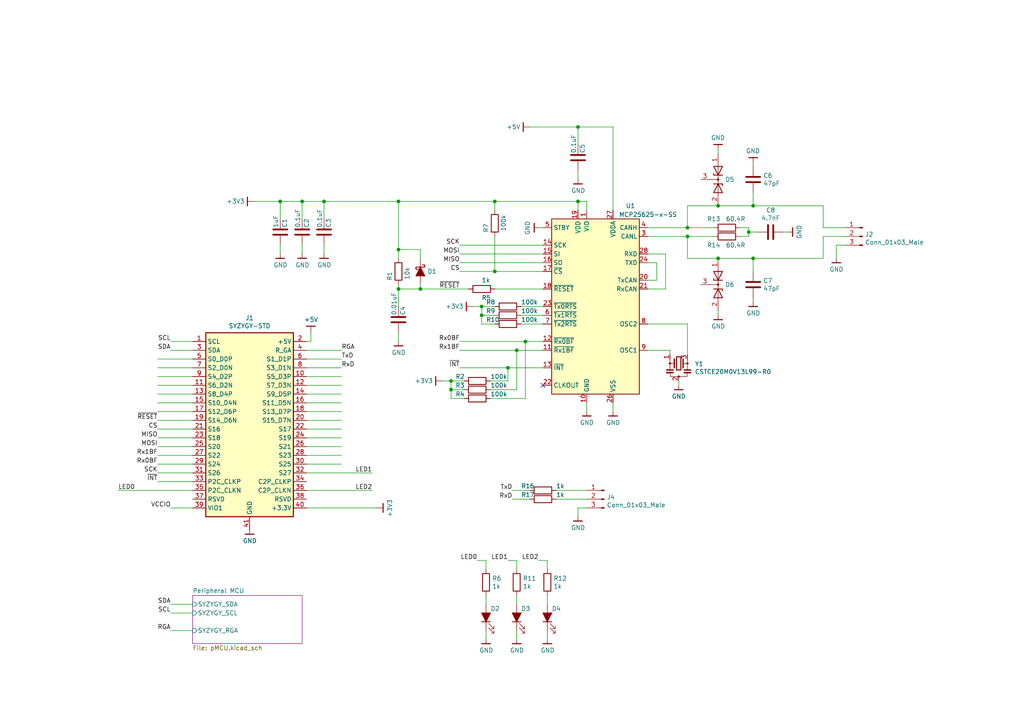
<source format=kicad_sch>
(kicad_sch (version 20200512) (host eeschema "5.99.0-unknown-c8476d6~101~ubuntu18.04.1")
  (page 1 2)
  (paper "A4")
  (title_block (title "CAN Breakout") (date "2020-05-26") (rev "r1.0") (comment 1 "SYZYGY Pod"))
  (lib_symbols
    (symbol "Connector:Conn_01x03_Male" (pin_names hide)
      (property "Reference" "J" (at 0 5.08 0))
      (property "Value" "Conn_01x03_Male" (at 0 -5.08 0))
      (symbol "Conn_01x03_Male_1_1"
        (rectangle (start 0.8636 -2.413) (end 0 -2.667) (fill (type outline)))
        (rectangle (start 0.8636 0.127) (end 0 -0.127) (fill (type outline)))
        (rectangle (start 0.8636 2.667) (end 0 2.413) (fill (type outline)))
        (polyline (pts (xy 1.27 -2.54) (xy 0.8636 -2.54)))
        (polyline (pts (xy 1.27 0) (xy 0.8636 0)))
        (polyline (pts (xy 1.27 2.54) (xy 0.8636 2.54)))
        (pin passive line (at 5.08 2.54 180) (length 3.81) (name "Pin_1") (number "1"))
        (pin passive line (at 5.08 0 180) (length 3.81) (name "Pin_2") (number "2"))
        (pin passive line (at 5.08 -2.54 180) (length 3.81) (name "Pin_3") (number "3"))
      )
    )
    (symbol "Device:C" (pin_numbers hide) (pin_names (offset 0.254))
      (property "Reference" "C" (at 0.635 2.54 0))
      (property "Value" "C" (at 0.635 -2.54 0))
      (symbol "C_0_1"
        (polyline (pts (xy -2.032 -0.762) (xy 2.032 -0.762)) (stroke (width 0.508)))
        (polyline (pts (xy -2.032 0.762) (xy 2.032 0.762)) (stroke (width 0.508)))
      )
      (symbol "C_1_1"
        (pin passive line (at 0 3.81 270) (length 2.794) (name "~") (number "1"))
        (pin passive line (at 0 -3.81 90) (length 2.794) (name "~") (number "2"))
      )
    )
    (symbol "Device:C_1" (pin_numbers hide) (pin_names (offset 0.254))
      (property "Reference" "C" (at 0.635 2.54 0))
      (property "Value" "C" (at 0.635 -2.54 0))
      (symbol "C_1_0_1"
        (polyline (pts (xy -2.032 -0.762) (xy 2.032 -0.762)) (stroke (width 0.508)))
        (polyline (pts (xy -2.032 0.762) (xy 2.032 0.762)) (stroke (width 0.508)))
      )
      (symbol "C_1_1_1"
        (pin passive line (at 0 3.81 270) (length 2.794) (name "~") (number "1"))
        (pin passive line (at 0 -3.81 90) (length 2.794) (name "~") (number "2"))
      )
    )
    (symbol "Device:C_2" (pin_numbers hide) (pin_names (offset 0.254))
      (property "Reference" "C" (at 0.635 2.54 0))
      (property "Value" "C" (at 0.635 -2.54 0))
      (symbol "C_2_0_1"
        (polyline (pts (xy -2.032 -0.762) (xy 2.032 -0.762)) (stroke (width 0.508)))
        (polyline (pts (xy -2.032 0.762) (xy 2.032 0.762)) (stroke (width 0.508)))
      )
      (symbol "C_2_1_1"
        (pin passive line (at 0 3.81 270) (length 2.794) (name "~") (number "1"))
        (pin passive line (at 0 -3.81 90) (length 2.794) (name "~") (number "2"))
      )
    )
    (symbol "Device:C_3" (pin_numbers hide) (pin_names (offset 0.254))
      (property "Reference" "C" (at 0.635 2.54 0))
      (property "Value" "C" (at 0.635 -2.54 0))
      (symbol "C_3_0_1"
        (polyline (pts (xy -2.032 -0.762) (xy 2.032 -0.762)) (stroke (width 0.508)))
        (polyline (pts (xy -2.032 0.762) (xy 2.032 0.762)) (stroke (width 0.508)))
      )
      (symbol "C_3_1_1"
        (pin passive line (at 0 3.81 270) (length 2.794) (name "~") (number "1"))
        (pin passive line (at 0 -3.81 90) (length 2.794) (name "~") (number "2"))
      )
    )
    (symbol "Device:D_Schottky_ALT" (pin_numbers hide) (pin_names hide)
      (property "Reference" "D" (at 0 2.54 0))
      (property "Value" "D_Schottky_ALT" (at 0 -2.54 0))
      (symbol "D_Schottky_ALT_0_1"
        (polyline (pts (xy 1.27 0) (xy -1.27 0)))
        (polyline (pts (xy 1.27 1.27) (xy 1.27 -1.27) (xy -1.27 0) (xy 1.27 1.27)) (stroke (width 0.254)) (fill (type outline)))
        (polyline (pts (xy -1.905 0.635) (xy -1.905 1.27) (xy -1.27 1.27) (xy -1.27 -1.27) (xy -0.635 -1.27) (xy -0.635 -0.635)) (stroke (width 0.254)))
      )
      (symbol "D_Schottky_ALT_1_1"
        (pin passive line (at -3.81 0 0) (length 2.54) (name "K") (number "1"))
        (pin passive line (at 3.81 0 180) (length 2.54) (name "A") (number "2"))
      )
    )
    (symbol "Device:D_Zener_x2_KCom_AAK" (pin_names (offset 0.762) hide)
      (property "Reference" "D" (at 1.27 -2.54 0))
      (property "Value" "D_Zener_x2_KCom_AAK" (at 0 2.54 0))
      (symbol "D_Zener_x2_KCom_AAK_0_1"
        (circle (center 0 0) (radius 0.254) (fill (type outline)))
        (polyline (pts (xy -3.81 0) (xy 3.81 0)))
        (polyline (pts (xy 0 0) (xy 0 -2.54)))
        (polyline (pts (xy -1.27 1.27) (xy -1.27 -1.27) (xy -1.778 -1.27)) (stroke (width 0.254)))
        (polyline (pts (xy 1.27 -1.27) (xy 1.27 1.27) (xy 1.778 1.27)) (stroke (width 0.254)))
        (polyline (pts (xy -3.81 1.27) (xy -1.27 0) (xy -3.81 -1.27) (xy -3.81 1.27) (xy -3.81 1.27) (xy -3.81 1.27)) (stroke (width 0.254)))
        (polyline (pts (xy 3.81 -1.27) (xy 1.27 0) (xy 3.81 1.27) (xy 3.81 -1.27) (xy 3.81 -1.27) (xy 3.81 -1.27)) (stroke (width 0.254)))
        (pin passive line (at -7.62 0 0) (length 3.81) (name "A") (number "1"))
        (pin passive line (at 7.62 0 180) (length 3.81) (name "A") (number "2"))
        (pin passive line (at 0 -5.08 90) (length 2.54) (name "K") (number "3"))
      )
    )
    (symbol "Device:LED_ALT" (pin_numbers hide) (pin_names hide)
      (property "Reference" "D" (at 0 2.54 0))
      (property "Value" "LED_ALT" (at 0 -2.54 0))
      (symbol "LED_ALT_0_1"
        (polyline (pts (xy -1.27 -1.27) (xy -1.27 1.27)) (stroke (width 0.254)))
        (polyline (pts (xy -1.27 0) (xy 1.27 0)))
        (polyline (pts (xy 1.27 -1.27) (xy 1.27 1.27) (xy -1.27 0) (xy 1.27 -1.27)) (stroke (width 0.254)) (fill (type outline)))
        (polyline (pts (xy -3.048 -0.762) (xy -4.572 -2.286) (xy -3.81 -2.286) (xy -4.572 -2.286) (xy -4.572 -1.524)))
        (polyline (pts (xy -1.778 -0.762) (xy -3.302 -2.286) (xy -2.54 -2.286) (xy -3.302 -2.286) (xy -3.302 -1.524)))
      )
      (symbol "LED_ALT_1_1"
        (pin passive line (at -3.81 0 0) (length 2.54) (name "K") (number "1"))
        (pin passive line (at 3.81 0 180) (length 2.54) (name "A") (number "2"))
      )
    )
    (symbol "Device:R" (pin_numbers hide) (pin_names (offset 0))
      (property "Reference" "R" (at 2.032 0 90))
      (property "Value" "R" (at 0 0 90))
      (symbol "R_0_1"
        (rectangle (start -1.016 -2.54) (end 1.016 2.54) (stroke (width 0.254)))
      )
      (symbol "R_1_1"
        (pin passive line (at 0 3.81 270) (length 1.27) (name "~") (number "1"))
        (pin passive line (at 0 -3.81 90) (length 1.27) (name "~") (number "2"))
      )
    )
    (symbol "Device:R_1" (pin_numbers hide) (pin_names (offset 0))
      (property "Reference" "R" (at 2.032 0 90))
      (property "Value" "R" (at 0 0 90))
      (symbol "R_1_0_1"
        (rectangle (start -1.016 -2.54) (end 1.016 2.54) (stroke (width 0.254)))
      )
      (symbol "R_1_1_1"
        (pin passive line (at 0 3.81 270) (length 1.27) (name "~") (number "1"))
        (pin passive line (at 0 -3.81 90) (length 1.27) (name "~") (number "2"))
      )
    )
    (symbol "Device:R_2" (pin_numbers hide) (pin_names (offset 0))
      (property "Reference" "R" (at 2.032 0 90))
      (property "Value" "R" (at 0 0 90))
      (symbol "R_2_0_1"
        (rectangle (start -1.016 -2.54) (end 1.016 2.54) (stroke (width 0.254)))
      )
      (symbol "R_2_1_1"
        (pin passive line (at 0 3.81 270) (length 1.27) (name "~") (number "1"))
        (pin passive line (at 0 -3.81 90) (length 1.27) (name "~") (number "2"))
      )
    )
    (symbol "Device:Resonator_Small" (pin_names hide)
      (property "Reference" "Y" (at 3.175 1.905 0))
      (property "Value" "Resonator_Small" (at 3.175 0 0))
      (symbol "Resonator_Small_0_1"
        (circle (center -2.54 0) (radius 0.254) (fill (type outline)))
        (circle (center 0 -3.81) (radius 0.254) (fill (type outline)))
        (circle (center 2.54 0) (radius 0.254) (fill (type outline)))
        (rectangle (start -3.556 -2.54) (end -1.524 -2.794) (fill (type outline)))
        (rectangle (start -3.556 -1.778) (end -1.524 -2.032) (fill (type outline)))
        (rectangle (start -0.635 1.905) (end 0.635 -1.905) (stroke (width 0.3048)))
        (rectangle (start 1.524 -2.54) (end 3.556 -2.794) (fill (type outline)))
        (rectangle (start 1.524 -1.778) (end 3.556 -2.032) (fill (type outline)))
        (polyline (pts (xy -2.54 -1.778) (xy -2.54 0)))
        (polyline (pts (xy -2.54 0) (xy -1.397 0)))
        (polyline (pts (xy -2.54 1.27) (xy -2.54 0)))
        (polyline (pts (xy -1.27 -1.27) (xy -1.27 1.27)) (stroke (width 0.381)))
        (polyline (pts (xy 1.27 -1.27) (xy 1.27 1.27)) (stroke (width 0.381)))
        (polyline (pts (xy 1.27 0) (xy 2.54 0)))
        (polyline (pts (xy 2.54 0) (xy 2.54 -1.778)))
        (polyline (pts (xy 2.54 1.27) (xy 2.54 0)))
        (polyline (pts (xy 2.413 -2.794) (xy 2.413 -3.81) (xy -2.413 -3.81) (xy -2.413 -2.667)))
      )
      (symbol "Resonator_Small_1_1"
        (pin passive line (at -2.54 2.54 270) (length 1.27) (name "1") (number "1"))
        (pin passive line (at 0 -5.08 90) (length 1.27) (name "2") (number "2"))
        (pin passive line (at 2.54 2.54 270) (length 1.27) (name "3") (number "3"))
      )
    )
    (symbol "Interface_CAN_LIN:MCP25625-x-SS" (pin_names (offset 0.508))
      (property "Reference" "U" (at -11.43 26.67 0))
      (property "Value" "MCP25625-x-SS" (at 15.24 26.67 0))
      (symbol "MCP25625-x-SS_0_1"
        (rectangle (start -12.7 25.4) (end 12.7 -25.4) (stroke (width 0.254)) (fill (type background)))
      )
      (symbol "MCP25625-x-SS_1_1"
        (pin power_in line (at -2.54 27.94 270) (length 2.54) (name "VIO") (number "1"))
        (pin power_in line (at -2.54 -27.94 90) (length 2.54) (name "GND") (number "10"))
        (pin output line (at -15.24 -12.7 0) (length 2.54) (name "~Rx1BF") (number "11"))
        (pin output line (at -15.24 -10.16 0) (length 2.54) (name "~Rx0BF") (number "12"))
        (pin output line (at -15.24 -17.78 0) (length 2.54) (name "~INT") (number "13"))
        (pin input line (at -15.24 17.78 0) (length 2.54) (name "SCK") (number "14"))
        (pin input line (at -15.24 15.24 0) (length 2.54) (name "SI") (number "15"))
        (pin output line (at -15.24 12.7 0) (length 2.54) (name "SO") (number "16"))
        (pin input line (at -15.24 10.16 0) (length 2.54) (name "~CS") (number "17"))
        (pin input line (at -15.24 5.08 0) (length 2.54) (name "~RESET") (number "18"))
        (pin power_in line (at -5.08 27.94 270) (length 2.54) (name "VDD") (number "19"))
        (pin unconnected line (at 12.7 -15.24 180) (length 2.54) (name "NC") (number "2") hide)
        (pin output line (at 15.24 7.62 180) (length 2.54) (name "TxCAN") (number "20"))
        (pin input line (at 15.24 5.08 180) (length 2.54) (name "RxCAN") (number "21"))
        (pin output line (at -15.24 -22.86 0) (length 2.54) (name "CLKOUT") (number "22"))
        (pin input line (at -15.24 0 0) (length 2.54) (name "~Tx0RTS") (number "23"))
        (pin input line (at 15.24 12.7 180) (length 2.54) (name "TXD") (number "24"))
        (pin unconnected line (at 12.7 -17.78 180) (length 2.54) (name "NC") (number "25") hide)
        (pin power_in line (at 5.08 -27.94 90) (length 2.54) (name "VSS") (number "26"))
        (pin power_in line (at 5.08 27.94 270) (length 2.54) (name "VDDA") (number "27"))
        (pin output line (at 15.24 15.24 180) (length 2.54) (name "RXD") (number "28"))
        (pin bidirectional line (at 15.24 20.32 180) (length 2.54) (name "CANL") (number "3"))
        (pin bidirectional line (at 15.24 22.86 180) (length 2.54) (name "CANH") (number "4"))
        (pin input line (at -15.24 22.86 0) (length 2.54) (name "STBY") (number "5"))
        (pin input line (at -15.24 -2.54 0) (length 2.54) (name "~Tx1RTS") (number "6"))
        (pin input line (at -15.24 -5.08 0) (length 2.54) (name "~Tx2RTS") (number "7"))
        (pin output line (at 15.24 -5.08 180) (length 2.54) (name "OSC2") (number "8"))
        (pin input line (at 15.24 -12.7 180) (length 2.54) (name "OSC1") (number "9"))
      )
    )
    (symbol "gkl_misc:SYZYGY-STD"
      (property "Reference" "J" (at 0 27.94 0))
      (property "Value" "SYZYGY-STD" (at 0 25.4 0))
      (symbol "SYZYGY-STD_0_1"
        (rectangle (start -12.7 24.13) (end 12.7 -29.21) (stroke (width 0.3302)) (fill (type background)))
      )
      (symbol "SYZYGY-STD_1_1"
        (pin input line (at -16.51 21.59 0) (length 3.81) (name "SCL") (number "1"))
        (pin input line (at 16.51 11.43 180) (length 3.81) (name "S5_D3P") (number "10"))
        (pin input line (at -16.51 8.89 0) (length 3.81) (name "S6_D2N") (number "11"))
        (pin input line (at 16.51 8.89 180) (length 3.81) (name "S7_D3N") (number "12"))
        (pin input line (at -16.51 6.35 0) (length 3.81) (name "S8_D4P") (number "13"))
        (pin input line (at 16.51 6.35 180) (length 3.81) (name "S9_D5P") (number "14"))
        (pin input line (at -16.51 3.81 0) (length 3.81) (name "S10_D4N") (number "15"))
        (pin input line (at 16.51 3.81 180) (length 3.81) (name "S11_D5N") (number "16"))
        (pin input line (at -16.51 1.27 0) (length 3.81) (name "S12_D6P") (number "17"))
        (pin input line (at 16.51 1.27 180) (length 3.81) (name "S13_D7P") (number "18"))
        (pin input line (at -16.51 -1.27 0) (length 3.81) (name "S14_D6N") (number "19"))
        (pin input line (at 16.51 21.59 180) (length 3.81) (name "+5V") (number "2"))
        (pin input line (at 16.51 -1.27 180) (length 3.81) (name "S15_D7N") (number "20"))
        (pin input line (at -16.51 -3.81 0) (length 3.81) (name "S16") (number "21"))
        (pin input line (at 16.51 -3.81 180) (length 3.81) (name "S17") (number "22"))
        (pin input line (at -16.51 -6.35 0) (length 3.81) (name "S18") (number "23"))
        (pin input line (at 16.51 -6.35 180) (length 3.81) (name "S19") (number "24"))
        (pin input line (at -16.51 -8.89 0) (length 3.81) (name "S20") (number "25"))
        (pin input line (at 16.51 -8.89 180) (length 3.81) (name "S21") (number "26"))
        (pin input line (at -16.51 -11.43 0) (length 3.81) (name "S22") (number "27"))
        (pin input line (at 16.51 -11.43 180) (length 3.81) (name "S23") (number "28"))
        (pin input line (at -16.51 -13.97 0) (length 3.81) (name "S24") (number "29"))
        (pin input line (at -16.51 19.05 0) (length 3.81) (name "SDA") (number "3"))
        (pin input line (at 16.51 -13.97 180) (length 3.81) (name "S25") (number "30"))
        (pin input line (at -16.51 -16.51 0) (length 3.81) (name "S26") (number "31"))
        (pin input line (at 16.51 -16.51 180) (length 3.81) (name "S27") (number "32"))
        (pin input line (at -16.51 -19.05 0) (length 3.81) (name "P2C_CLKP") (number "33"))
        (pin input line (at 16.51 -19.05 180) (length 3.81) (name "C2P_CLKP") (number "34"))
        (pin input line (at -16.51 -21.59 0) (length 3.81) (name "P2C_CLKN") (number "35"))
        (pin input line (at 16.51 -21.59 180) (length 3.81) (name "C2P_CLKN") (number "36"))
        (pin input line (at -16.51 -24.13 0) (length 3.81) (name "RSVD") (number "37"))
        (pin input line (at 16.51 -24.13 180) (length 3.81) (name "RSVD") (number "38"))
        (pin input line (at -16.51 -26.67 0) (length 3.81) (name "VIO1") (number "39"))
        (pin input line (at 16.51 19.05 180) (length 3.81) (name "R_GA") (number "4"))
        (pin input line (at 16.51 -26.67 180) (length 3.81) (name "+3.3V") (number "40"))
        (pin input line (at 0 -33.02 90) (length 3.81) (name "GND") (number "41"))
        (pin input line (at -16.51 16.51 0) (length 3.81) (name "S0_D0P") (number "5"))
        (pin input line (at 16.51 16.51 180) (length 3.81) (name "S1_D1P") (number "6"))
        (pin input line (at -16.51 13.97 0) (length 3.81) (name "S2_D0N") (number "7"))
        (pin input line (at 16.51 13.97 180) (length 3.81) (name "S3_D1N") (number "8"))
        (pin input line (at -16.51 11.43 0) (length 3.81) (name "S4_D2P") (number "9"))
      )
    )
    (symbol "gkl_power:+3V3" (power) (pin_names (offset 0))
      (property "Value" "+3V3" (at 0 3.556 0))
      (symbol "+3V3_0_1"
        (polyline (pts (xy -1.27 1.905) (xy 1.27 1.905)) (stroke (width 0.3048)))
        (polyline (pts (xy 0 0) (xy 0 1.905)))
      )
      (symbol "+3V3_1_1"
        (pin power_in line (at 0 0 90) (length 0) (name "+3V3") (number "1") hide)
      )
    )
    (symbol "gkl_power:+5V" (power) (pin_names (offset 0))
      (property "Value" "+5V" (at 0 3.175 0))
      (symbol "+5V_0_1"
        (polyline (pts (xy -1.27 1.905) (xy 1.27 1.905)) (stroke (width 0.3048)))
        (polyline (pts (xy 0 0) (xy 0 1.905)))
      )
      (symbol "+5V_1_1"
        (pin power_in line (at 0 0 90) (length 0) (name "+5V") (number "1") hide)
      )
    )
    (symbol "gkl_power:GND" (power) (pin_names (offset 0))
      (property "Value" "GND" (at 0 -2.54 0))
      (symbol "GND_0_1"
        (polyline (pts (xy 0 -1.27) (xy 0 0)))
        (polyline (pts (xy 1.27 -1.27) (xy -1.27 -1.27)) (stroke (width 0.3048)))
      )
      (symbol "GND_1_1"
        (pin power_in line (at 0 0 270) (length 0) (name "GND") (number "1") hide)
      )
    )
  )
  (junction (at 81.28 58.42))
  (junction (at 87.63 58.42))
  (junction (at 93.98 58.42))
  (junction (at 115.57 58.42))
  (junction (at 115.57 72.39))
  (junction (at 115.57 83.82))
  (junction (at 121.92 83.82))
  (junction (at 130.81 110.49))
  (junction (at 130.81 113.03))
  (junction (at 139.7 88.9))
  (junction (at 139.7 91.44))
  (junction (at 143.51 58.42))
  (junction (at 143.51 78.74))
  (junction (at 147.32 106.68))
  (junction (at 149.86 101.6))
  (junction (at 152.4 99.06))
  (junction (at 167.64 36.83))
  (junction (at 167.64 58.42))
  (junction (at 199.39 66.04))
  (junction (at 199.39 68.58))
  (junction (at 208.28 59.69))
  (junction (at 208.28 74.93))
  (junction (at 217.17 67.31))
  (junction (at 218.44 59.69))
  (junction (at 218.44 74.93))
  (no_connect (at 157.48 111.76))
  (wire (pts (xy 34.29 142.24) (xy 55.88 142.24)))
  (wire (pts (xy 45.72 104.14) (xy 55.88 104.14)))
  (wire (pts (xy 45.72 106.68) (xy 55.88 106.68)))
  (wire (pts (xy 45.72 109.22) (xy 55.88 109.22)))
  (wire (pts (xy 45.72 111.76) (xy 55.88 111.76)))
  (wire (pts (xy 45.72 114.3) (xy 55.88 114.3)))
  (wire (pts (xy 45.72 116.84) (xy 55.88 116.84)))
  (wire (pts (xy 45.72 119.38) (xy 55.88 119.38)))
  (wire (pts (xy 45.72 121.92) (xy 55.88 121.92)))
  (wire (pts (xy 45.72 124.46) (xy 55.88 124.46)))
  (wire (pts (xy 45.72 127) (xy 55.88 127)))
  (wire (pts (xy 45.72 129.54) (xy 55.88 129.54)))
  (wire (pts (xy 45.72 132.08) (xy 55.88 132.08)))
  (wire (pts (xy 45.72 134.62) (xy 55.88 134.62)))
  (wire (pts (xy 45.72 137.16) (xy 55.88 137.16)))
  (wire (pts (xy 45.72 139.7) (xy 55.88 139.7)))
  (wire (pts (xy 55.88 99.06) (xy 49.53 99.06)))
  (wire (pts (xy 55.88 101.6) (xy 49.53 101.6)))
  (wire (pts (xy 55.88 147.32) (xy 49.53 147.32)))
  (wire (pts (xy 55.88 175.26) (xy 49.53 175.26)))
  (wire (pts (xy 55.88 177.8) (xy 49.53 177.8)))
  (wire (pts (xy 55.88 182.88) (xy 49.53 182.88)))
  (wire (pts (xy 73.66 58.42) (xy 81.28 58.42)))
  (wire (pts (xy 81.28 58.42) (xy 87.63 58.42)))
  (wire (pts (xy 81.28 63.5) (xy 81.28 58.42)))
  (wire (pts (xy 81.28 71.12) (xy 81.28 73.66)))
  (wire (pts (xy 87.63 58.42) (xy 93.98 58.42)))
  (wire (pts (xy 87.63 63.5) (xy 87.63 58.42)))
  (wire (pts (xy 87.63 71.12) (xy 87.63 73.66)))
  (wire (pts (xy 88.9 99.06) (xy 90.17 99.06)))
  (wire (pts (xy 88.9 101.6) (xy 99.06 101.6)))
  (wire (pts (xy 88.9 104.14) (xy 99.06 104.14)))
  (wire (pts (xy 88.9 106.68) (xy 99.06 106.68)))
  (wire (pts (xy 88.9 109.22) (xy 99.06 109.22)))
  (wire (pts (xy 88.9 111.76) (xy 99.06 111.76)))
  (wire (pts (xy 88.9 114.3) (xy 99.06 114.3)))
  (wire (pts (xy 88.9 116.84) (xy 99.06 116.84)))
  (wire (pts (xy 88.9 119.38) (xy 99.06 119.38)))
  (wire (pts (xy 88.9 121.92) (xy 99.06 121.92)))
  (wire (pts (xy 88.9 124.46) (xy 99.06 124.46)))
  (wire (pts (xy 88.9 127) (xy 99.06 127)))
  (wire (pts (xy 88.9 129.54) (xy 99.06 129.54)))
  (wire (pts (xy 88.9 132.08) (xy 99.06 132.08)))
  (wire (pts (xy 88.9 134.62) (xy 99.06 134.62)))
  (wire (pts (xy 88.9 137.16) (xy 107.95 137.16)))
  (wire (pts (xy 88.9 142.24) (xy 107.95 142.24)))
  (wire (pts (xy 88.9 147.32) (xy 109.22 147.32)))
  (wire (pts (xy 90.17 99.06) (xy 90.17 96.52)))
  (wire (pts (xy 93.98 58.42) (xy 115.57 58.42)))
  (wire (pts (xy 93.98 63.5) (xy 93.98 58.42)))
  (wire (pts (xy 93.98 71.12) (xy 93.98 73.66)))
  (wire (pts (xy 115.57 58.42) (xy 115.57 72.39)))
  (wire (pts (xy 115.57 58.42) (xy 143.51 58.42)))
  (wire (pts (xy 115.57 72.39) (xy 115.57 74.93)))
  (wire (pts (xy 115.57 72.39) (xy 121.92 72.39)))
  (wire (pts (xy 115.57 82.55) (xy 115.57 83.82)))
  (wire (pts (xy 115.57 83.82) (xy 115.57 88.9)))
  (wire (pts (xy 115.57 83.82) (xy 121.92 83.82)))
  (wire (pts (xy 115.57 96.52) (xy 115.57 99.06)))
  (wire (pts (xy 121.92 74.93) (xy 121.92 72.39)))
  (wire (pts (xy 121.92 82.55) (xy 121.92 83.82)))
  (wire (pts (xy 121.92 83.82) (xy 135.89 83.82)))
  (wire (pts (xy 128.27 110.49) (xy 130.81 110.49)))
  (wire (pts (xy 130.81 110.49) (xy 134.62 110.49)))
  (wire (pts (xy 130.81 113.03) (xy 130.81 110.49)))
  (wire (pts (xy 130.81 115.57) (xy 130.81 113.03)))
  (wire (pts (xy 133.35 71.12) (xy 157.48 71.12)))
  (wire (pts (xy 133.35 73.66) (xy 157.48 73.66)))
  (wire (pts (xy 133.35 76.2) (xy 157.48 76.2)))
  (wire (pts (xy 133.35 78.74) (xy 143.51 78.74)))
  (wire (pts (xy 133.35 99.06) (xy 152.4 99.06)))
  (wire (pts (xy 133.35 101.6) (xy 149.86 101.6)))
  (wire (pts (xy 133.35 106.68) (xy 147.32 106.68)))
  (wire (pts (xy 134.62 113.03) (xy 130.81 113.03)))
  (wire (pts (xy 134.62 115.57) (xy 130.81 115.57)))
  (wire (pts (xy 137.16 88.9) (xy 139.7 88.9)))
  (wire (pts (xy 138.43 162.56) (xy 140.97 162.56)))
  (wire (pts (xy 139.7 88.9) (xy 143.51 88.9)))
  (wire (pts (xy 139.7 91.44) (xy 139.7 88.9)))
  (wire (pts (xy 139.7 93.98) (xy 139.7 91.44)))
  (wire (pts (xy 140.97 165.1) (xy 140.97 162.56)))
  (wire (pts (xy 140.97 172.72) (xy 140.97 175.26)))
  (wire (pts (xy 140.97 182.88) (xy 140.97 185.42)))
  (wire (pts (xy 142.24 110.49) (xy 147.32 110.49)))
  (wire (pts (xy 142.24 113.03) (xy 149.86 113.03)))
  (wire (pts (xy 142.24 115.57) (xy 152.4 115.57)))
  (wire (pts (xy 143.51 58.42) (xy 143.51 60.96)))
  (wire (pts (xy 143.51 58.42) (xy 167.64 58.42)))
  (wire (pts (xy 143.51 68.58) (xy 143.51 78.74)))
  (wire (pts (xy 143.51 83.82) (xy 157.48 83.82)))
  (wire (pts (xy 143.51 91.44) (xy 139.7 91.44)))
  (wire (pts (xy 143.51 93.98) (xy 139.7 93.98)))
  (wire (pts (xy 147.32 106.68) (xy 157.48 106.68)))
  (wire (pts (xy 147.32 110.49) (xy 147.32 106.68)))
  (wire (pts (xy 147.32 162.56) (xy 149.86 162.56)))
  (wire (pts (xy 148.59 142.24) (xy 153.67 142.24)))
  (wire (pts (xy 148.59 144.78) (xy 153.67 144.78)))
  (wire (pts (xy 149.86 101.6) (xy 157.48 101.6)))
  (wire (pts (xy 149.86 113.03) (xy 149.86 101.6)))
  (wire (pts (xy 149.86 165.1) (xy 149.86 162.56)))
  (wire (pts (xy 149.86 172.72) (xy 149.86 175.26)))
  (wire (pts (xy 149.86 182.88) (xy 149.86 185.42)))
  (wire (pts (xy 151.13 88.9) (xy 157.48 88.9)))
  (wire (pts (xy 151.13 91.44) (xy 157.48 91.44)))
  (wire (pts (xy 151.13 93.98) (xy 157.48 93.98)))
  (wire (pts (xy 152.4 99.06) (xy 157.48 99.06)))
  (wire (pts (xy 152.4 115.57) (xy 152.4 99.06)))
  (wire (pts (xy 153.67 36.83) (xy 167.64 36.83)))
  (wire (pts (xy 156.21 66.04) (xy 157.48 66.04)))
  (wire (pts (xy 156.21 162.56) (xy 158.75 162.56)))
  (wire (pts (xy 157.48 78.74) (xy 143.51 78.74)))
  (wire (pts (xy 158.75 165.1) (xy 158.75 162.56)))
  (wire (pts (xy 158.75 172.72) (xy 158.75 175.26)))
  (wire (pts (xy 158.75 182.88) (xy 158.75 185.42)))
  (wire (pts (xy 161.29 142.24) (xy 170.18 142.24)))
  (wire (pts (xy 161.29 144.78) (xy 170.18 144.78)))
  (wire (pts (xy 167.64 36.83) (xy 177.8 36.83)))
  (wire (pts (xy 167.64 41.91) (xy 167.64 36.83)))
  (wire (pts (xy 167.64 49.53) (xy 167.64 52.07)))
  (wire (pts (xy 167.64 58.42) (xy 167.64 60.96)))
  (wire (pts (xy 167.64 58.42) (xy 170.18 58.42)))
  (wire (pts (xy 167.64 147.32) (xy 167.64 149.86)))
  (wire (pts (xy 170.18 60.96) (xy 170.18 58.42)))
  (wire (pts (xy 170.18 116.84) (xy 170.18 119.38)))
  (wire (pts (xy 170.18 147.32) (xy 167.64 147.32)))
  (wire (pts (xy 177.8 36.83) (xy 177.8 60.96)))
  (wire (pts (xy 177.8 116.84) (xy 177.8 119.38)))
  (wire (pts (xy 187.96 66.04) (xy 199.39 66.04)))
  (wire (pts (xy 187.96 68.58) (xy 199.39 68.58)))
  (wire (pts (xy 187.96 73.66) (xy 193.04 73.66)))
  (wire (pts (xy 187.96 81.28) (xy 190.5 81.28)))
  (wire (pts (xy 187.96 93.98) (xy 199.39 93.98)))
  (wire (pts (xy 187.96 101.6) (xy 194.31 101.6)))
  (wire (pts (xy 190.5 76.2) (xy 187.96 76.2)))
  (wire (pts (xy 190.5 81.28) (xy 190.5 76.2)))
  (wire (pts (xy 193.04 73.66) (xy 193.04 83.82)))
  (wire (pts (xy 193.04 83.82) (xy 187.96 83.82)))
  (wire (pts (xy 194.31 101.6) (xy 194.31 102.87)))
  (wire (pts (xy 196.85 110.49) (xy 196.85 111.76)))
  (wire (pts (xy 199.39 59.69) (xy 208.28 59.69)))
  (wire (pts (xy 199.39 66.04) (xy 199.39 59.69)))
  (wire (pts (xy 199.39 66.04) (xy 207.01 66.04)))
  (wire (pts (xy 199.39 68.58) (xy 199.39 74.93)))
  (wire (pts (xy 199.39 68.58) (xy 207.01 68.58)))
  (wire (pts (xy 199.39 74.93) (xy 208.28 74.93)))
  (wire (pts (xy 199.39 93.98) (xy 199.39 102.87)))
  (wire (pts (xy 208.28 43.18) (xy 208.28 44.45)))
  (wire (pts (xy 208.28 59.69) (xy 218.44 59.69)))
  (wire (pts (xy 208.28 74.93) (xy 218.44 74.93)))
  (wire (pts (xy 208.28 90.17) (xy 208.28 91.44)))
  (wire (pts (xy 214.63 66.04) (xy 217.17 66.04)))
  (wire (pts (xy 217.17 66.04) (xy 217.17 67.31)))
  (wire (pts (xy 217.17 67.31) (xy 217.17 68.58)))
  (wire (pts (xy 217.17 67.31) (xy 219.71 67.31)))
  (wire (pts (xy 217.17 68.58) (xy 214.63 68.58)))
  (wire (pts (xy 218.44 48.26) (xy 218.44 46.99)))
  (wire (pts (xy 218.44 55.88) (xy 218.44 59.69)))
  (wire (pts (xy 218.44 59.69) (xy 238.76 59.69)))
  (wire (pts (xy 218.44 74.93) (xy 218.44 78.74)))
  (wire (pts (xy 218.44 74.93) (xy 238.76 74.93)))
  (wire (pts (xy 218.44 86.36) (xy 218.44 87.63)))
  (wire (pts (xy 227.33 67.31) (xy 228.6 67.31)))
  (wire (pts (xy 238.76 59.69) (xy 238.76 66.04)))
  (wire (pts (xy 238.76 66.04) (xy 245.11 66.04)))
  (wire (pts (xy 238.76 68.58) (xy 245.11 68.58)))
  (wire (pts (xy 238.76 74.93) (xy 238.76 68.58)))
  (wire (pts (xy 242.57 71.12) (xy 242.57 74.93)))
  (wire (pts (xy 245.11 71.12) (xy 242.57 71.12)))
  (label "LED0" (at 34.29 142.24 0))
  (label "~RESET" (at 45.72 121.92 180))
  (label "CS" (at 45.72 124.46 180))
  (label "MISO" (at 45.72 127 180))
  (label "MOSI" (at 45.72 129.54 180))
  (label "Rx1BF" (at 45.72 132.08 180))
  (label "Rx0BF" (at 45.72 134.62 180))
  (label "SCK" (at 45.72 137.16 180))
  (label "~INT" (at 45.72 139.7 180))
  (label "SCL" (at 49.53 99.06 180))
  (label "SDA" (at 49.53 101.6 180))
  (label "VCCIO" (at 49.53 147.32 180))
  (label "SDA" (at 49.53 175.26 180))
  (label "SCL" (at 49.53 177.8 180))
  (label "RGA" (at 49.53 182.88 180))
  (label "RGA" (at 99.06 101.6 0))
  (label "TxD" (at 99.06 104.14 0))
  (label "RxD" (at 99.06 106.68 0))
  (label "LED1" (at 107.95 137.16 180))
  (label "LED2" (at 107.95 142.24 180))
  (label "SCK" (at 133.35 71.12 180))
  (label "MOSI" (at 133.35 73.66 180))
  (label "MISO" (at 133.35 76.2 180))
  (label "CS" (at 133.35 78.74 180))
  (label "~RESET" (at 133.35 83.82 180))
  (label "Rx0BF" (at 133.35 99.06 180))
  (label "Rx1BF" (at 133.35 101.6 180))
  (label "~INT" (at 133.35 106.68 180))
  (label "LED0" (at 138.43 162.56 180))
  (label "LED1" (at 147.32 162.56 180))
  (label "TxD" (at 148.59 142.24 180))
  (label "RxD" (at 148.59 144.78 180))
  (label "LED2" (at 156.21 162.56 180))
  (symbol (lib_id "gkl_power:GND") (at 72.39 153.67 0) (unit 1)
    (property "Reference" "#PWR01" (effects hide))
    (property "Value" "GND" (at 72.4662 156.8704 0))
  )
  (symbol (lib_id "gkl_power:GND") (at 81.28 73.66 0) (unit 1)
    (property "Reference" "#PWR03" (effects hide))
    (property "Value" "GND" (at 81.3562 76.8604 0))
  )
  (symbol (lib_id "gkl_power:GND") (at 87.63 73.66 0) (unit 1)
    (property "Reference" "#PWR04" (effects hide))
    (property "Value" "GND" (at 87.7062 76.8604 0))
  )
  (symbol (lib_id "gkl_power:GND") (at 93.98 73.66 0) (unit 1)
    (property "Reference" "#PWR06" (effects hide))
    (property "Value" "GND" (at 94.0562 76.8604 0))
  )
  (symbol (lib_id "gkl_power:GND") (at 115.57 99.06 0) (unit 1)
    (property "Reference" "#PWR08" (effects hide))
    (property "Value" "GND" (at 115.6462 102.2604 0))
  )
  (symbol (lib_id "gkl_power:GND") (at 140.97 185.42 0) (unit 1)
    (property "Reference" "#PWR011" (effects hide))
    (property "Value" "GND" (at 141.0462 188.6204 0))
  )
  (symbol (lib_id "gkl_power:GND") (at 149.86 185.42 0) (unit 1)
    (property "Reference" "#PWR012" (effects hide))
    (property "Value" "GND" (at 149.9362 188.6204 0))
  )
  (symbol (lib_id "gkl_power:GND") (at 156.21 66.04 270) (unit 1)
    (property "Reference" "#PWR014" (effects hide))
    (property "Value" "GND" (at 153.0096 66.1162 0))
  )
  (symbol (lib_id "gkl_power:GND") (at 158.75 185.42 0) (unit 1)
    (property "Reference" "#PWR015" (effects hide))
    (property "Value" "GND" (at 158.8262 188.6204 0))
  )
  (symbol (lib_id "gkl_power:GND") (at 167.64 52.07 0) (unit 1)
    (property "Reference" "#PWR016" (effects hide))
    (property "Value" "GND" (at 167.7162 55.2704 0))
  )
  (symbol (lib_id "gkl_power:GND") (at 167.64 149.86 0) (unit 1)
    (property "Reference" "#PWR0101" (effects hide))
    (property "Value" "GND" (at 167.6781 153.0668 0))
  )
  (symbol (lib_id "gkl_power:GND") (at 170.18 119.38 0) (unit 1)
    (property "Reference" "#PWR017" (effects hide))
    (property "Value" "GND" (at 170.2181 122.5868 0))
  )
  (symbol (lib_id "gkl_power:GND") (at 177.8 119.38 0) (unit 1)
    (property "Reference" "#PWR018" (effects hide))
    (property "Value" "GND" (at 177.8381 122.5868 0))
  )
  (symbol (lib_id "gkl_power:GND") (at 196.85 111.76 0) (unit 1)
    (property "Reference" "#PWR019" (effects hide))
    (property "Value" "GND" (at 196.8881 114.9668 0))
  )
  (symbol (lib_id "gkl_power:GND") (at 208.28 43.18 180) (unit 1)
    (property "Reference" "#PWR020" (effects hide))
    (property "Value" "GND" (at 208.2419 39.9732 0))
  )
  (symbol (lib_id "gkl_power:GND") (at 208.28 91.44 0) (unit 1)
    (property "Reference" "#PWR021" (effects hide))
    (property "Value" "GND" (at 208.3181 94.6468 0))
  )
  (symbol (lib_id "gkl_power:GND") (at 218.44 46.99 180) (unit 1)
    (property "Reference" "#PWR022" (effects hide))
    (property "Value" "GND" (at 218.4019 43.7832 0))
  )
  (symbol (lib_id "gkl_power:GND") (at 218.44 87.63 0) (unit 1)
    (property "Reference" "#PWR023" (effects hide))
    (property "Value" "GND" (at 218.4781 90.8368 0))
  )
  (symbol (lib_id "gkl_power:GND") (at 228.6 67.31 90) (unit 1)
    (property "Reference" "#PWR024" (effects hide))
    (property "Value" "GND" (at 231.8068 67.2719 0))
  )
  (symbol (lib_id "gkl_power:GND") (at 242.57 74.93 0) (unit 1)
    (property "Reference" "#PWR025" (effects hide))
    (property "Value" "GND" (at 242.6081 78.1368 0))
  )
  (symbol (lib_id "gkl_power:+3V3") (at 73.66 58.42 90) (unit 1)
    (property "Reference" "#PWR02" (effects hide))
    (property "Value" "+3V3" (at 70.9675 58.3819 90) (effects (justify left)))
  )
  (symbol (lib_id "gkl_power:+5V") (at 90.17 96.52 0) (unit 1)
    (property "Reference" "#PWR05" (effects hide))
    (property "Value" "+5V" (at 90.2462 92.6846 0))
  )
  (symbol (lib_id "gkl_power:+3V3") (at 109.22 147.32 270) (unit 1)
    (property "Reference" "#PWR07" (effects hide))
    (property "Value" "+3V3" (at 113.0554 147.3962 0))
  )
  (symbol (lib_id "gkl_power:+3V3") (at 128.27 110.49 90) (unit 1)
    (property "Reference" "#PWR09" (effects hide))
    (property "Value" "+3V3" (at 125.5775 110.4519 90) (effects (justify left)))
  )
  (symbol (lib_id "gkl_power:+3V3") (at 137.16 88.9 90) (unit 1)
    (property "Reference" "#PWR010" (effects hide))
    (property "Value" "+3V3" (at 134.4675 88.8619 90) (effects (justify left)))
  )
  (symbol (lib_id "gkl_power:+5V") (at 153.67 36.83 90) (unit 1)
    (property "Reference" "#PWR013" (effects hide))
    (property "Value" "+5V" (at 150.9776 36.7919 90) (effects (justify left)))
  )
  (symbol (lib_id "Device:R") (at 115.57 78.74 180) (unit 1)
    (property "Reference" "R1" (at 113.03 78.74 90) (effects (justify left)))
    (property "Value" "10k" (at 118.11 77.47 90) (effects (justify left)))
    (property "Footprint" "Resistor_SMD:R_0402_1005Metric" (effects hide))
  )
  (symbol (lib_id "Device:R") (at 138.43 110.49 270) (unit 1)
    (property "Reference" "R2" (at 132.08 109.22 90) (effects (justify left)))
    (property "Value" "100k" (at 142.24 109.22 90) (effects (justify left)))
    (property "Footprint" "Resistor_SMD:R_0402_1005Metric" (effects hide))
  )
  (symbol (lib_id "Device:R") (at 138.43 113.03 270) (unit 1)
    (property "Reference" "R3" (at 132.08 111.76 90) (effects (justify left)))
    (property "Value" "100k" (at 142.24 111.76 90) (effects (justify left)))
    (property "Footprint" "Resistor_SMD:R_0402_1005Metric" (effects hide))
  )
  (symbol (lib_id "Device:R") (at 138.43 115.57 270) (unit 1)
    (property "Reference" "R4" (at 132.08 114.3 90) (effects (justify left)))
    (property "Value" "100k" (at 142.24 114.3 90) (effects (justify left)))
    (property "Footprint" "Resistor_SMD:R_0402_1005Metric" (effects hide))
  )
  (symbol (lib_id "Device:R") (at 139.7 83.82 270) (unit 1)
    (property "Reference" "R5" (at 139.7 86.36 90) (effects (justify left)))
    (property "Value" "1k" (at 139.7 81.28 90) (effects (justify left)))
    (property "Footprint" "Resistor_SMD:R_0402_1005Metric" (effects hide))
  )
  (symbol (lib_id "Device:R") (at 140.97 168.91 0) (unit 1)
    (property "Reference" "R6" (at 142.7481 167.7606 0) (effects (justify left)))
    (property "Value" "1k" (at 142.7481 170.0593 0) (effects (justify left)))
    (property "Footprint" "Resistor_SMD:R_0402_1005Metric" (effects hide))
  )
  (symbol (lib_id "Device:R") (at 143.51 64.77 180) (unit 1)
    (property "Reference" "R7" (at 140.97 64.77 90) (effects (justify left)))
    (property "Value" "100k" (at 146.05 62.23 90) (effects (justify left)))
    (property "Footprint" "Resistor_SMD:R_0402_1005Metric" (effects hide))
  )
  (symbol (lib_id "Device:R") (at 147.32 88.9 270) (unit 1)
    (property "Reference" "R8" (at 140.97 87.63 90) (effects (justify left)))
    (property "Value" "100k" (at 151.13 87.63 90) (effects (justify left)))
    (property "Footprint" "Resistor_SMD:R_0402_1005Metric" (effects hide))
  )
  (symbol (lib_id "Device:R") (at 147.32 91.44 270) (unit 1)
    (property "Reference" "R9" (at 140.97 90.17 90) (effects (justify left)))
    (property "Value" "100k" (at 151.13 90.17 90) (effects (justify left)))
    (property "Footprint" "Resistor_SMD:R_0402_1005Metric" (effects hide))
  )
  (symbol (lib_id "Device:R") (at 147.32 93.98 270) (unit 1)
    (property "Reference" "R10" (at 140.97 92.71 90) (effects (justify left)))
    (property "Value" "100k" (at 151.13 92.71 90) (effects (justify left)))
    (property "Footprint" "Resistor_SMD:R_0402_1005Metric" (effects hide))
  )
  (symbol (lib_id "Device:R") (at 149.86 168.91 0) (unit 1)
    (property "Reference" "R11" (at 151.6381 167.7606 0) (effects (justify left)))
    (property "Value" "1k" (at 151.6381 170.0593 0) (effects (justify left)))
    (property "Footprint" "Resistor_SMD:R_0402_1005Metric" (effects hide))
  )
  (symbol (lib_id "Device:R") (at 157.48 142.24 270) (unit 1)
    (property "Reference" "R16" (at 151.13 140.97 90) (effects (justify left)))
    (property "Value" "1k" (at 161.29 140.97 90) (effects (justify left)))
    (property "Footprint" "Resistor_SMD:R_0402_1005Metric" (effects hide))
  )
  (symbol (lib_id "Device:R") (at 157.48 144.78 270) (unit 1)
    (property "Reference" "R17" (at 151.13 143.51 90) (effects (justify left)))
    (property "Value" "1k" (at 161.29 143.51 90) (effects (justify left)))
    (property "Footprint" "Resistor_SMD:R_0402_1005Metric" (effects hide))
  )
  (symbol (lib_id "Device:R") (at 158.75 168.91 0) (unit 1)
    (property "Reference" "R12" (at 160.5281 167.7606 0) (effects (justify left)))
    (property "Value" "1k" (at 160.5281 170.0593 0) (effects (justify left)))
    (property "Footprint" "Resistor_SMD:R_0402_1005Metric" (effects hide))
  )
  (symbol (lib_name "Device:R_1") (lib_id "Device:R") (at 210.82 66.04 90) (unit 1)
    (property "Reference" "R13" (at 207.01 63.5 90))
    (property "Value" "60.4R" (at 213.36 63.5 90))
    (property "Footprint" "Resistor_SMD:R_0805_2012Metric" (effects hide))
  )
  (symbol (lib_name "Device:R_2") (lib_id "Device:R") (at 210.82 68.58 270) (unit 1)
    (property "Reference" "R14" (at 207.01 71.12 90))
    (property "Value" "60.4R" (at 213.36 71.12 90))
    (property "Footprint" "Resistor_SMD:R_0805_2012Metric" (effects hide))
  )
  (symbol (lib_id "Device:D_Schottky_ALT") (at 121.92 78.74 270) (unit 1)
    (property "Reference" "D1" (at 123.9521 78.74 90) (effects (justify left)))
    (property "Value" "D_Schottky_ALT" (effects hide))
    (property "Footprint" "Diode_SMD:D_SOD-523" (effects hide))
  )
  (symbol (lib_id "Device:LED_ALT") (at 140.97 179.07 90) (unit 1)
    (property "Reference" "D2" (at 142.24 176.53 90) (effects (justify right)))
    (property "Value" "LED_ALT" (effects hide))
    (property "Footprint" "LED_SMD:LED_0402_1005Metric" (effects hide))
  )
  (symbol (lib_id "Device:LED_ALT") (at 149.86 179.07 90) (unit 1)
    (property "Reference" "D3" (at 151.13 176.53 90) (effects (justify right)))
    (property "Value" "LED_ALT" (effects hide))
    (property "Footprint" "LED_SMD:LED_0402_1005Metric" (effects hide))
  )
  (symbol (lib_id "Device:LED_ALT") (at 158.75 179.07 90) (unit 1)
    (property "Reference" "D4" (at 160.02 176.53 90) (effects (justify right)))
    (property "Value" "LED_ALT" (effects hide))
    (property "Footprint" "LED_SMD:LED_0402_1005Metric" (effects hide))
  )
  (symbol (lib_id "Device:C") (at 81.28 67.31 0) (unit 1)
    (property "Reference" "C1" (at 82.55 66.04 90) (effects (justify left)))
    (property "Value" "1uF" (at 80.01 66.04 90) (effects (justify left)))
    (property "Footprint" "Capacitor_SMD:C_0402_1005Metric" (effects hide))
    (property "Mfg" "Samsung Electro-Mechanics" (effects hide))
    (property "PN" "CL05B104KP5NNNC" (effects hide))
  )
  (symbol (lib_id "Device:C") (at 87.63 67.31 0) (unit 1)
    (property "Reference" "C2" (at 88.9 66.04 90) (effects (justify left)))
    (property "Value" "0.1uF" (at 86.36 66.04 90) (effects (justify left)))
    (property "Footprint" "Capacitor_SMD:C_0402_1005Metric" (effects hide))
    (property "Mfg" "Samsung Electro-Mechanics" (effects hide))
    (property "PN" "CL05B104KP5NNNC" (effects hide))
  )
  (symbol (lib_id "Device:C") (at 93.98 67.31 0) (unit 1)
    (property "Reference" "C3" (at 95.25 66.04 90) (effects (justify left)))
    (property "Value" "0.1uF" (at 92.71 66.04 90) (effects (justify left)))
    (property "Footprint" "Capacitor_SMD:C_0402_1005Metric" (effects hide))
    (property "Mfg" "Samsung Electro-Mechanics" (effects hide))
    (property "PN" "CL05B104KP5NNNC" (effects hide))
  )
  (symbol (lib_id "Device:C") (at 115.57 92.71 0) (unit 1)
    (property "Reference" "C4" (at 116.84 91.44 90) (effects (justify left)))
    (property "Value" "0.01uF" (at 114.3 91.44 90) (effects (justify left)))
    (property "Footprint" "Capacitor_SMD:C_0402_1005Metric" (effects hide))
    (property "Mfg" "Samsung Electro-Mechanics" (effects hide))
    (property "PN" "CL05B104KP5NNNC" (effects hide))
  )
  (symbol (lib_id "Device:C") (at 167.64 45.72 0) (unit 1)
    (property "Reference" "C5" (at 168.91 44.45 90) (effects (justify left)))
    (property "Value" "0.1uF" (at 166.37 44.45 90) (effects (justify left)))
    (property "Footprint" "Capacitor_SMD:C_0402_1005Metric" (effects hide))
    (property "Mfg" "Samsung Electro-Mechanics" (effects hide))
    (property "PN" "CL05B104KP5NNNC" (effects hide))
  )
  (symbol (lib_name "Device:C_2") (lib_id "Device:C") (at 218.44 52.07 180) (unit 1)
    (property "Reference" "C6" (at 221.3611 50.9206 0) (effects (justify right)))
    (property "Value" "47pF" (at 221.3611 53.2193 0) (effects (justify right)))
    (property "Footprint" "Capacitor_SMD:C_0805_2012Metric" (effects hide))
  )
  (symbol (lib_name "Device:C_3") (lib_id "Device:C") (at 218.44 82.55 180) (unit 1)
    (property "Reference" "C7" (at 221.3611 81.4006 0) (effects (justify right)))
    (property "Value" "47pF" (at 221.3611 83.6993 0) (effects (justify right)))
    (property "Footprint" "Capacitor_SMD:C_0805_2012Metric" (effects hide))
  )
  (symbol (lib_name "Device:C_1") (lib_id "Device:C") (at 223.52 67.31 90) (unit 1)
    (property "Reference" "C8" (at 223.52 60.9408 90))
    (property "Value" "4.7nF" (at 223.52 63.2395 90))
    (property "Footprint" "Capacitor_SMD:C_0402_1005Metric" (effects hide))
  )
  (symbol (lib_id "Connector:Conn_01x03_Male") (at 175.26 144.78 0) (mirror y) (unit 1)
    (property "Reference" "J4" (at 175.9713 144.1894 0) (effects (justify right)))
    (property "Value" "Conn_01x03_Male" (at 175.9713 146.4881 0) (effects (justify right)))
    (property "Footprint" "Connector_PinHeader_2.54mm:PinHeader_1x03_P2.54mm_Vertical" (effects hide))
  )
  (symbol (lib_id "Connector:Conn_01x03_Male") (at 250.19 68.58 0) (mirror y) (unit 1)
    (property "Reference" "J2" (at 250.9013 67.9894 0) (effects (justify right)))
    (property "Value" "Conn_01x03_Male" (at 250.9013 70.2881 0) (effects (justify right)))
    (property "Footprint" "Connector_Phoenix_MC:PhoenixContact_MCV_1,5_3-G-3.5_1x03_P3.50mm_Vertical" (effects hide))
  )
  (symbol (lib_id "Device:Resonator_Small") (at 196.85 105.41 0) (unit 1)
    (property "Reference" "Y1" (at 201.5237 105.5306 0) (effects (justify left)))
    (property "Value" "CSTCE20M0V13L99-R0" (at 201.5237 107.8293 0) (effects (justify left)))
    (property "Footprint" "Crystal:Resonator_SMD_muRata_CSTxExxV-3Pin_3.0x1.1mm" (effects hide))
  )
  (symbol (lib_id "Device:D_Zener_x2_KCom_AAK") (at 208.28 52.07 270) (unit 1)
    (property "Reference" "D5" (at 210.3121 52.07 90) (effects (justify left)))
    (property "Value" "D_Zener_x2_KCom_AAK" (effects hide))
    (property "Footprint" "Package_TO_SOT_SMD:SOT-23" (effects hide))
  )
  (symbol (lib_id "Device:D_Zener_x2_KCom_AAK") (at 208.28 82.55 270) (unit 1)
    (property "Reference" "D6" (at 210.3121 82.55 90) (effects (justify left)))
    (property "Value" "D_Zener_x2_KCom_AAK" (effects hide))
    (property "Footprint" "Package_TO_SOT_SMD:SOT-23" (effects hide))
  )
  (symbol (lib_id "Interface_CAN_LIN:MCP25625-x-SS") (at 172.72 88.9 0) (unit 1)
    (property "Reference" "U1" (at 182.88 59.69 0))
    (property "Value" "MCP25625-x-SS" (at 187.96 62.23 0))
    (property "Footprint" "Package_SO:SSOP-28_5.3x10.2mm_P0.65mm" (effects hide))
    (property "Datasheet" "http://ww1.microchip.com/downloads/en/DeviceDoc/20005282B.pdf" (effects hide))
  )
  (symbol (lib_id "gkl_misc:SYZYGY-STD") (at 72.39 120.65 0) (unit 1)
    (property "Reference" "J1" (at 72.39 92.2274 0))
    (property "Value" "SYZYGY-STD" (at 72.39 94.5388 0))
    (property "Footprint" "gkl_conn:SYZYGY_standard_pod" (effects hide))
    (property "Mfg" "Samtec Inc." (effects hide))
    (property "PN" "QTE-020-01-F-D-A" (effects hide))
  )
  (sheet (at 55.88 172.72) (size 31.75 13.97) (stroke (width 0.1524) (color 132 0 132 1)) (fill (color 255 255 255 1.0000))
    (property "Sheet name" "Peripheral MCU" (at 55.88 172.0845 0) (effects (justify left bottom)))
    (property "Sheet file" "pMCU.kicad_sch" (at 55.88 187.1985 0) (effects (justify left top)))
    (pin "SYZYGY_SCL" input (at 55.88 177.8 180))
    (pin "SYZYGY_SDA" input (at 55.88 175.26 180))
    (pin "SYZYGY_RGA" input (at 55.88 182.88 180))
  )
)
</source>
